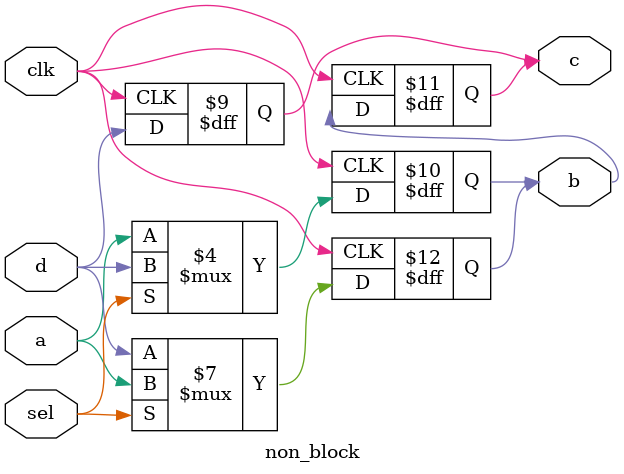
<source format=v>
/**
	【例 5.9】非阻塞赋值
    13,15,22,24     16,25
*/

module non_block(d,c,b,a,clk,sel);
output c,b;
input clk,a,d,sel;
reg c,b;
always @(posedge clk)
	begin
        if (sel)
            b<=a;
        else
            b<=d;
        c<=b;
    end

always @(negedge clk)
	begin
        if (sel)
            b<=d;
        else
            b<=a;
        c<=d;
    end
endmodule

</source>
